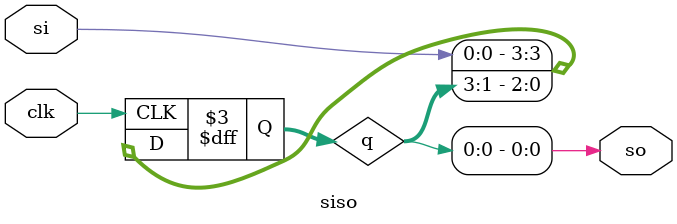
<source format=v>
module siso(clk, si, so);
    input clk, si;
	output so;
    reg [3:0] q=0;
    always @(posedge clk) begin
        q[3] <= si;
        q[2] <= q[3];
        q[1] <= q[2];
        q[0] <= q[1];
    end
	assign so = q[0];
endmodule

</source>
